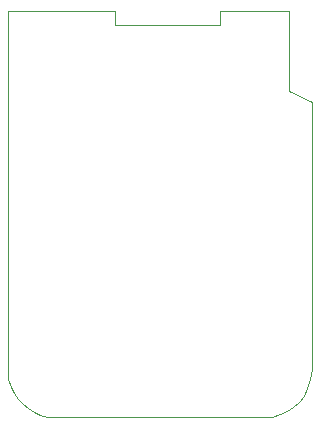
<source format=gbr>
%TF.GenerationSoftware,KiCad,Pcbnew,5.1.5*%
%TF.CreationDate,2020-11-01T11:17:01+00:00*%
%TF.ProjectId,board,626f6172-642e-46b6-9963-61645f706362,rev?*%
%TF.SameCoordinates,Original*%
%TF.FileFunction,Profile,NP*%
%FSLAX46Y46*%
G04 Gerber Fmt 4.6, Leading zero omitted, Abs format (unit mm)*
G04 Created by KiCad (PCBNEW 5.1.5) date 2020-11-01 11:17:01*
%MOMM*%
%LPD*%
G04 APERTURE LIST*
%TA.AperFunction,Profile*%
%ADD10C,0.100000*%
%TD*%
G04 APERTURE END LIST*
D10*
X149762480Y-91985819D02*
X149800000Y-85200000D01*
X151706026Y-92946715D02*
X149762480Y-91985819D01*
X151681078Y-115501807D02*
X151706026Y-92946715D01*
X151565482Y-116394575D02*
X151681078Y-115501807D01*
X151337122Y-117149613D02*
X151565482Y-116394575D01*
X151009595Y-117781460D02*
X151337122Y-117149613D01*
X150596503Y-118304658D02*
X151009595Y-117781460D01*
X150111445Y-118733743D02*
X150596503Y-118304658D01*
X149568018Y-119083258D02*
X150111445Y-118733743D01*
X148979824Y-119367741D02*
X149568018Y-119083258D01*
X148360460Y-119601734D02*
X148979824Y-119367741D01*
X129322547Y-119572976D02*
X148360460Y-119601734D01*
X128724750Y-119387310D02*
X129322547Y-119572976D01*
X128180560Y-119140377D02*
X128724750Y-119387310D01*
X127689488Y-118832741D02*
X128180560Y-119140377D01*
X127251047Y-118464952D02*
X127689488Y-118832741D01*
X126864747Y-118037577D02*
X127251047Y-118464952D01*
X126530099Y-117551167D02*
X126864747Y-118037577D01*
X126246616Y-117006286D02*
X126530099Y-117551167D01*
X126013805Y-116403493D02*
X126246616Y-117006286D01*
X125999807Y-85233342D02*
X126013805Y-116403493D01*
X135080603Y-85207264D02*
X125999807Y-85233342D01*
X135078627Y-86409517D02*
X135080603Y-85207264D01*
X143909849Y-86416205D02*
X135078627Y-86409517D01*
X143900000Y-85200000D02*
X143909849Y-86416205D01*
X149800000Y-85200000D02*
X143900000Y-85200000D01*
M02*

</source>
